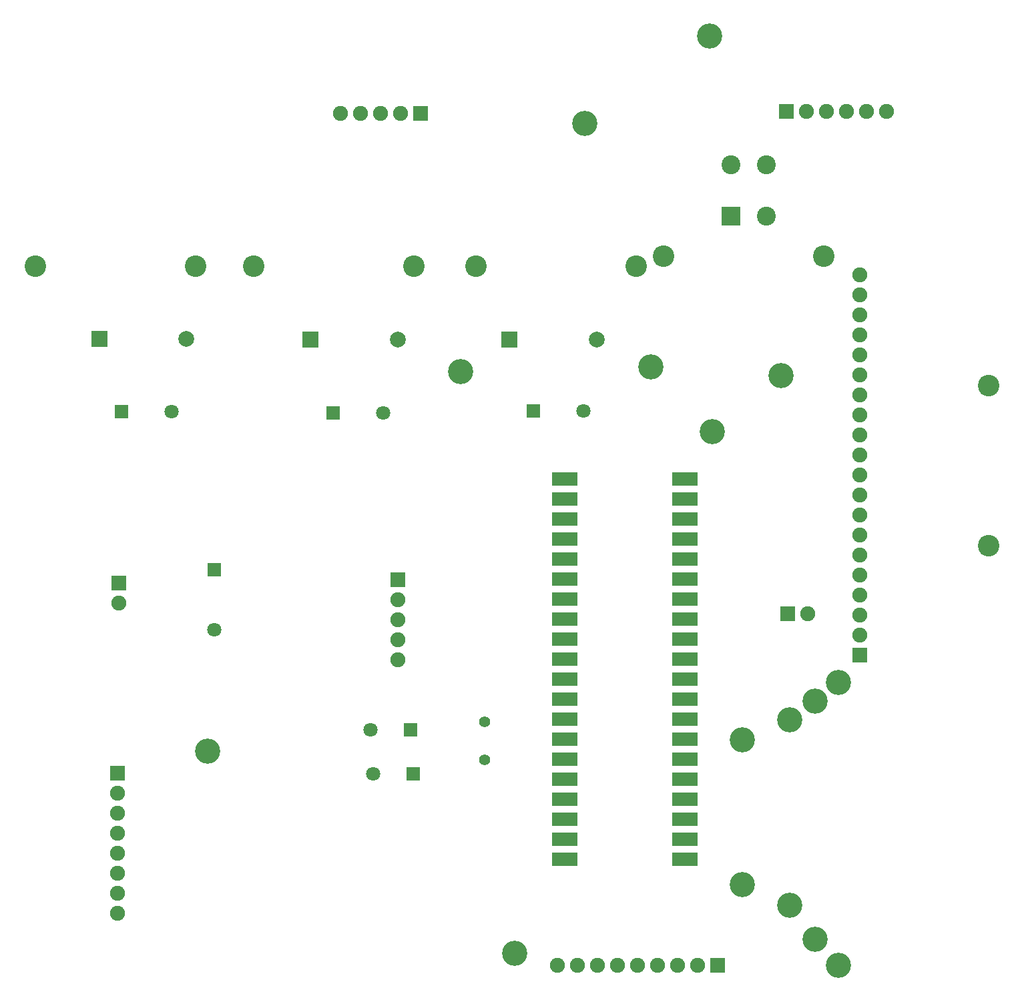
<source format=gbr>
G04 DipTrace 3.0.0.2*
G04 TopMask.gbr*
%MOMM*%
G04 #@! TF.FileFunction,Soldermask,Top*
G04 #@! TF.Part,Single*
%ADD19R,1.8X1.8*%
%ADD37C,1.4192*%
%ADD39R,3.2X1.7*%
%ADD41C,2.4*%
%ADD42C,2.0*%
%ADD43R,2.4X2.4*%
%ADD44R,2.0X2.0*%
%ADD45C,2.74*%
%ADD47C,2.74*%
%ADD49C,3.2*%
%ADD52C,1.9*%
%ADD54R,1.9X1.9*%
%ADD56C,1.8*%
%FSLAX35Y35*%
G04*
G71*
G90*
G75*
G01*
G04 TopMask*
%LPD*%
D19*
X4175000Y7962133D3*
D56*
Y7200133D3*
X6159377Y5936933D3*
D19*
X6667377D3*
D56*
X6191127Y5371667D3*
D19*
X6699127D3*
D56*
X8858123Y9977167D3*
D19*
X8223123D3*
D56*
X6318123Y9952767D3*
D19*
X5683123D3*
D56*
X3635250Y9975133D3*
D19*
X3000250D3*
D54*
X10556750Y2945900D3*
D52*
X10302750D3*
X10048750D3*
X9794750D3*
X9540750D3*
X9286750D3*
X9032750D3*
X8778750D3*
X8524750D3*
D44*
X7921500Y10884033D3*
D42*
X9026500D3*
D44*
X5397373Y10890133D3*
D42*
X6502373D3*
D44*
X2717623Y10895000D3*
D42*
X3822623D3*
D54*
X6794373Y13755100D3*
D52*
X6540373D3*
X6286373D3*
X6032373D3*
X5778373D3*
D54*
X2952623Y5381833D3*
D52*
Y5127833D3*
Y4873833D3*
Y4619833D3*
Y4365833D3*
Y4111833D3*
Y3857833D3*
Y3603833D3*
D54*
X12366500Y6884467D3*
D52*
Y7138467D3*
Y7392467D3*
Y7646467D3*
Y7900467D3*
Y8154467D3*
Y8408467D3*
Y8662467D3*
Y8916467D3*
Y9170467D3*
Y9424467D3*
Y9678467D3*
Y9932467D3*
Y10186467D3*
Y10440467D3*
Y10694467D3*
Y10948467D3*
Y11202467D3*
Y11456467D3*
Y11710467D3*
D54*
X6508623Y7842167D3*
D52*
Y7588167D3*
Y7334167D3*
Y7080167D3*
Y6826167D3*
D49*
X10461500Y14735167D3*
X10493250Y9714867D3*
X7302373Y10481433D3*
X9715373Y10540400D3*
X12096623Y6534733D3*
X11795000Y6294800D3*
X11477500Y6063000D3*
X10874250Y5806800D3*
X12096623Y2941833D3*
X11795000Y3275300D3*
X11477500Y3710433D3*
X10874250Y3968667D3*
X4095623Y5666500D3*
X7985000Y3098400D3*
D54*
X2968500Y7793367D3*
D52*
Y7539367D3*
D54*
X11429877Y13783567D3*
D52*
X11683877D3*
X11937877D3*
X12191877D3*
X12445877D3*
X12699877D3*
D47*
X11906127Y11947467D3*
D45*
X9874127D3*
D47*
X14001623Y10304533D3*
D45*
Y8272533D3*
D47*
X7492900Y11815600D3*
D45*
X9524900D3*
D47*
X4675500D3*
D45*
X6707500D3*
D47*
X1904900D3*
D45*
X3936900D3*
D43*
X10731373Y12455800D3*
D41*
X11181373Y12455787D3*
Y13105813D3*
X10731373Y13105800D3*
D39*
X8620000Y9117600D3*
Y8863600D3*
Y8609600D3*
Y8355600D3*
Y8101600D3*
Y7847600D3*
Y7593600D3*
Y7339600D3*
Y7085600D3*
Y6831600D3*
Y6577600D3*
Y6323600D3*
Y6069600D3*
Y5815600D3*
Y5561600D3*
Y5307600D3*
Y5053600D3*
Y4799600D3*
Y4545600D3*
Y4291600D3*
X10144000D3*
Y4545600D3*
Y4799600D3*
Y5053600D3*
Y5307600D3*
Y5561600D3*
Y5815600D3*
Y6069600D3*
Y6323600D3*
Y6577600D3*
Y6831600D3*
Y7085600D3*
Y7339600D3*
Y7593600D3*
Y7847600D3*
Y8101600D3*
Y8355600D3*
Y8609600D3*
Y8863600D3*
Y9117600D3*
D54*
X11445750Y7402967D3*
D52*
X11699750D3*
D37*
X7604000Y5550600D3*
Y6033200D3*
D49*
X8874000Y13627000D3*
X11366373Y10432633D3*
M02*

</source>
